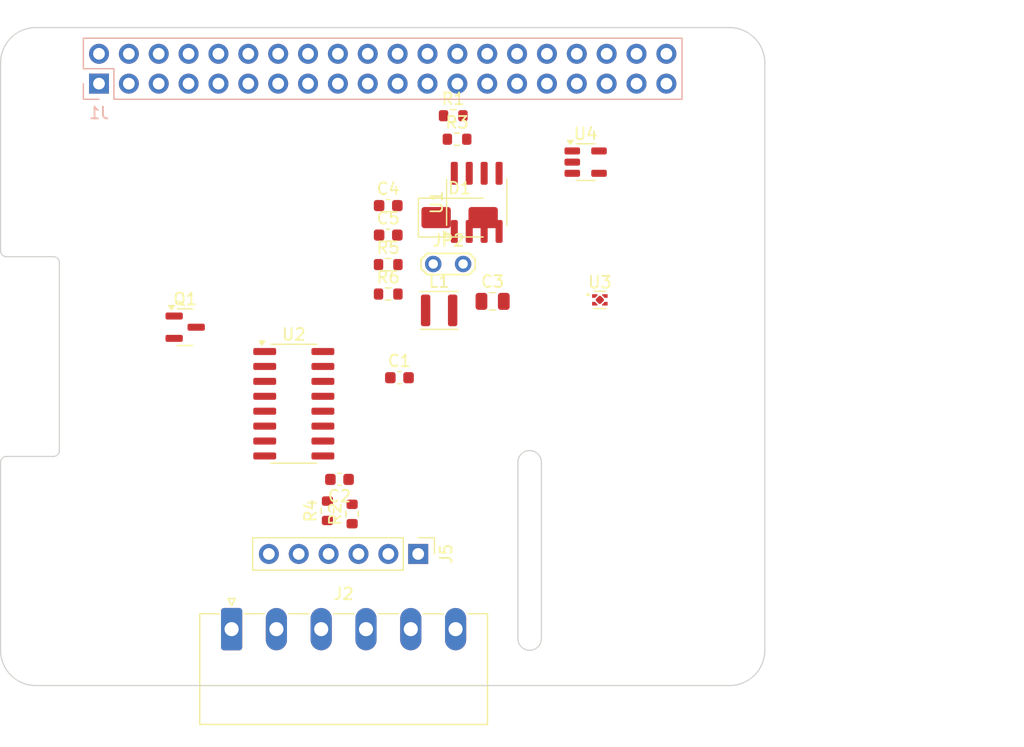
<source format=kicad_pcb>
(kicad_pcb (version 20241229) (generator "pcbnew") (generator_version "9.0")
  (title_block (date "15 nov 2012"))
  (layers (0 "F.Cu" signal) (2 "B.Cu" signal) (13 "F.Paste" user) (15 "B.Paste" user) (5 "F.SilkS" user "F.Silkscreen") (7 "B.SilkS" user "B.Silkscreen") (1 "F.Mask" user) (3 "B.Mask" user) (25 "Edge.Cuts" user))
  (net 0 "")
  (net 1 "GND")
  (net 2 "/GPIO2{slash}SDA1")
  (net 3 "/GPIO3{slash}SCL1")
  (net 4 "/GPIO4{slash}GPCLK0")
  (net 5 "/GPIO14{slash}TXD0")
  (net 6 "/GPIO15{slash}RXD0")
  (net 7 "/GPIO17")
  (net 8 "/GPIO18{slash}PCM.CLK")
  (net 9 "/GPIO27")
  (net 10 "/GPIO22")
  (net 11 "/GPIO23")
  (net 12 "/GPIO24")
  (net 13 "/GPIO10{slash}SPI0.MOSI")
  (net 14 "/GPIO9{slash}SPI0.MISO")
  (net 15 "/GPIO25")
  (net 16 "/GPIO11{slash}SPI0.SCLK")
  (net 17 "/GPIO8{slash}SPI0.CE0")
  (net 18 "/GPIO7{slash}SPI0.CE1")
  (net 19 "/ID_SDA")
  (net 20 "/ID_SCL")
  (net 21 "/GPIO5")
  (net 22 "/GPIO6")
  (net 23 "/GPIO12{slash}PWM0")
  (net 24 "/GPIO13{slash}PWM1")
  (net 25 "/GPIO19{slash}PCM.FS")
  (net 26 "/GPIO16")
  (net 27 "/GPIO26")
  (net 28 "/GPIO20{slash}PCM.DIN")
  (net 29 "/GPIO21{slash}PCM.DOUT")
  (net 30 "+5V")
  (net 31 "+3V3")
  (net 32 "-VDC")
  (net 33 "/BR_OUT1+")
  (net 34 "/BR_OUT1-")
  (net 35 "+VDC")
  (net 49 "/IN1+")
  (net 50 "/IN1-")
  (net 51 "Net-(Q1-B)")
  (net 54 "Net-(JP1-A)")
  (net 61 "Net-(U2-VBG)")
  (footprint "Resistor_SMD:R_0603_1608Metric" (layer "F.Cu") (at 129.9 85.4 90)
    (property "Reference" "R2" (at 0 -1.43 90) (layer "F.SilkS"))
    (property "Value" "100R")
    (fp_line (start -0.237258 -0.5225) (end 0.237258 -0.5225) (stroke (width 0.12)) (layer "F.SilkS"))
    (fp_line (start -0.237258 0.5225) (end 0.237258 0.5225) (stroke (width 0.12)) (layer "F.SilkS"))
    (pad "1" smd roundrect (at -0.825 0 90) (size 0.8 0.95) (layers "F.Cu" "F.Mask" "F.Paste") (net 49 "/IN1+"))
    (pad "2" smd roundrect (at 0.825 0 90) (size 0.8 0.95) (layers "F.Cu" "F.Mask" "F.Paste") (net 33 "/BR_OUT1+"))
  )
  (footprint "Resistor_SMD:R_0603_1608Metric" (layer "F.Cu") (at 132.97 64.17)
    (property "Reference" "R5" (at 0 -1.43 0) (layer "F.SilkS"))
    (property "Value" "100k")
    (fp_line (start -0.237258 -0.5225) (end 0.237258 -0.5225) (stroke (width 0.12)) (layer "F.SilkS"))
    (fp_line (start -0.237258 0.5225) (end 0.237258 0.5225) (stroke (width 0.12)) (layer "F.SilkS"))
    (pad "1" smd roundrect (at -0.825 0) (size 0.8 0.95) (layers "F.Cu" "F.Mask" "F.Paste"))
    (pad "2" smd roundrect (at 0.825 0) (size 0.8 0.95) (layers "F.Cu" "F.Mask" "F.Paste"))
  )
  (footprint "MountingHole:MountingHole_2.7mm_M2.5" (layer "F.Cu") (at 161.5 47.5)
    (property "Reference" "MH2" (hide yes))
    (property "Value" "MountingHole_2.7mm_M2.5" (hide yes))
    (pad "" np_thru_hole circle (at 0 0) (size 2.7 2.7) (drill 2.7) (layers "*.Cu" "*.Mask"))
  )
  (footprint "Capacitor_SMD:C_0603_1608Metric" (layer "F.Cu") (at 132.97 61.66)
    (property "Reference" "C5" (at 0 -1.43 0) (layer "F.SilkS"))
    (property "Value" "100nF")
    (fp_line (start -0.14058 -0.51) (end 0.14058 -0.51) (stroke (width 0.12)) (layer "F.SilkS"))
    (fp_line (start -0.14058 0.51) (end 0.14058 0.51) (stroke (width 0.12)) (layer "F.SilkS"))
    (pad "1" smd roundrect (at -0.775 0) (size 0.9 0.95) (layers "F.Cu" "F.Mask" "F.Paste") (net 61 "Net-(U2-VBG)"))
    (pad "2" smd roundrect (at 0.775 0) (size 0.9 0.95) (layers "F.Cu" "F.Mask" "F.Paste") (net 32 "-VDC"))
  )
  (footprint "Package_TO_SOT_SMD:SOT-23" (layer "F.Cu") (at 115.7 69.5)
    (property "Reference" "Q1" (at 0 -2.4 0) (layer "F.SilkS"))
    (property "Value" "S8550")
    (fp_line (start 0 -1.56) (end -0.65 -1.56) (stroke (width 0.12)) (layer "F.SilkS"))
    (fp_line (start 0 -1.56) (end 0.65 -1.56) (stroke (width 0.12)) (layer "F.SilkS"))
    (fp_line (start 0 1.56) (end -0.65 1.56) (stroke (width 0.12)) (layer "F.SilkS"))
    (fp_line (start 0 1.56) (end 0.65 1.56) (stroke (width 0.12)) (layer "F.SilkS"))
    (fp_poly (pts (xy -1.1625 -1.51) (xy -1.4025 -1.84) (xy -0.9225 -1.84)) (stroke (width 0.12)) (fill yes) (layer "F.SilkS"))
    (pad "1" smd roundrect (at -0.9375 -0.95) (size 1.475 0.6) (layers "F.Cu" "F.Mask" "F.Paste") (net 51 "Net-(Q1-B)"))
    (pad "2" smd roundrect (at -0.9375 0.95) (size 1.475 0.6) (layers "F.Cu" "F.Mask" "F.Paste") (net 30 "+5V"))
    (pad "3" smd roundrect (at 0.9375 0) (size 1.475 0.6) (layers "F.Cu" "F.Mask" "F.Paste") (net 35 "+VDC"))
  )
  (footprint "Resistor_SMD:R_0603_1608Metric" (layer "F.Cu") (at 138.5 51.5)
    (property "Reference" "R1" (at 0 -1.43 0) (layer "F.SilkS"))
    (property "Value" "3k9")
    (fp_line (start -0.237258 -0.5225) (end 0.237258 -0.5225) (stroke (width 0.12)) (layer "F.SilkS"))
    (fp_line (start -0.237258 0.5225) (end 0.237258 0.5225) (stroke (width 0.12)) (layer "F.SilkS"))
    (pad "1" smd roundrect (at -0.825 0) (size 0.8 0.95) (layers "F.Cu" "F.Mask" "F.Paste") (net 31 "+3V3"))
    (pad "2" smd roundrect (at 0.825 0) (size 0.8 0.95) (layers "F.Cu" "F.Mask" "F.Paste") (net 20 "/ID_SCL"))
  )
  (footprint "Package_TO_SOT_SMD:SOT-23-5" (layer "F.Cu") (at 149.7625 55.45)
    (property "Reference" "U4" (at 0 -2.4 0) (layer "F.SilkS"))
    (property "Value" "TPS61040DBV")
    (fp_line (start 0 -1.56) (end -0.8 -1.56) (stroke (width 0.12)) (layer "F.SilkS"))
    (fp_line (start 0 -1.56) (end 0.8 -1.56) (stroke (width 0.12)) (layer "F.SilkS"))
    (fp_line (start 0 1.56) (end -0.8 1.56) (stroke (width 0.12)) (layer "F.SilkS"))
    (fp_line (start 0 1.56) (end 0.8 1.56) (stroke (width 0.12)) (layer "F.SilkS"))
    (fp_poly (pts (xy -1.3 -1.51) (xy -1.54 -1.84) (xy -1.06 -1.84)) (stroke (width 0.12)) (fill yes) (layer "F.SilkS"))
    (pad "1" smd roundrect (at -1.1375 -0.95) (size 1.325 0.6) (layers "F.Cu" "F.Mask" "F.Paste"))
    (pad "2" smd roundrect (at -1.1375 0) (size 1.325 0.6) (layers "F.Cu" "F.Mask" "F.Paste"))
    (pad "3" smd roundrect (at -1.1375 0.95) (size 1.325 0.6) (layers "F.Cu" "F.Mask" "F.Paste"))
    (pad "4" smd roundrect (at 1.1375 0.95) (size 1.325 0.6) (layers "F.Cu" "F.Mask" "F.Paste") (net 30 "+5V"))
    (pad "5" smd roundrect (at 1.1375 -0.95) (size 1.325 0.6) (layers "F.Cu" "F.Mask" "F.Paste") (net 30 "+5V"))
  )
  (footprint "Connector_PinHeader_2.54mm:PinHeader_1x06_P2.54mm_Vertical" (layer "F.Cu") (at 135.52 88.8 -90)
    (property "Reference" "J5" (at 0 -2.38 90) (layer "F.SilkS"))
    (property "Value" "Conn_01x06")
    (fp_line (start -1.38 14.08) (end 1.38 14.08) (stroke (width 0.12)) (layer "F.SilkS"))
    (fp_line (start -1.38 1.27) (end -1.38 14.08) (stroke (width 0.12)) (layer "F.SilkS"))
    (fp_line (start -1.38 1.27) (end 1.38 1.27) (stroke (width 0.12)) (layer "F.SilkS"))
    (fp_line (start 1.38 1.27) (end 1.38 14.08) (stroke (width 0.12)) (layer "F.SilkS"))
    (fp_line (start -1.38 0) (end -1.38 -1.38) (stroke (width 0.12)) (layer "F.SilkS"))
    (fp_line (start -1.38 -1.38) (end 0 -1.38) (stroke (width 0.12)) (layer "F.SilkS"))
    (pad "1" thru_hole rect (at 0 0 270) (size 1.7 1.7) (drill 1) (layers "*.Cu" "*.Mask") (net 35 "+VDC"))
    (pad "2" thru_hole circle (at 0 2.54 270) (size 1.7 1.7) (drill 1) (layers "*.Cu" "*.Mask") (net 35 "+VDC"))
    (pad "3" thru_hole circle (at 0 5.08 270) (size 1.7 1.7) (drill 1) (layers "*.Cu" "*.Mask") (net 33 "/BR_OUT1+"))
    (pad "4" thru_hole circle (at 0 7.62 270) (size 1.7 1.7) (drill 1) (layers "*.Cu" "*.Mask") (net 34 "/BR_OUT1-"))
    (pad "5" thru_hole circle (at 0 10.16 270) (size 1.7 1.7) (drill 1) (layers "*.Cu" "*.Mask") (net 32 "-VDC"))
    (pad "6" thru_hole circle (at 0 12.7 270) (size 1.7 1.7) (drill 1) (layers "*.Cu" "*.Mask") (net 32 "-VDC"))
  )
  (footprint "Diode_SMD:D_SMA" (layer "F.Cu") (at 139.045 60.17)
    (property "Reference" "D1" (at 0 -2.5 0) (layer "F.SilkS"))
    (property "Value" "SS14")
    (fp_line (start -3.51 -1.65) (end -3.51 1.65) (stroke (width 0.12)) (layer "F.SilkS"))
    (fp_line (start -3.51 -1.65) (end 2 -1.65) (stroke (width 0.12)) (layer "F.SilkS"))
    (fp_line (start -3.51 1.65) (end 2 1.65) (stroke (width 0.12)) (layer "F.SilkS"))
    (pad "1" smd roundrect (at -2 0) (size 2.5 1.8) (layers "F.Cu" "F.Mask" "F.Paste") (roundrect_rratio 0.1388888889))
    (pad "2" smd roundrect (at 2 0) (size 2.5 1.8) (layers "F.Cu" "F.Mask" "F.Paste") (roundrect_rratio 0.1388888889))
  )
  (footprint "Package_SO:SOIC-8_3.9x4.9mm_P1.27mm" (layer "F.Cu") (at 140.495 58.875 90)
    (property "Reference" "U1" (at 0 -3.4 90) (layer "F.SilkS"))
    (property "Value" "M24c64")
    (fp_line (start 0 -2.56) (end 1.95 -2.56) (stroke (width 0.12)) (layer "F.SilkS"))
    (fp_line (start 0 -2.56) (end -1.95 -2.56) (stroke (width 0.12)) (layer "F.SilkS"))
    (fp_line (start 0 2.56) (end 1.95 2.56) (stroke (width 0.12)) (layer "F.SilkS"))
    (fp_line (start 0 2.56) (end -1.95 2.56) (stroke (width 0.12)) (layer "F.SilkS"))
    (fp_poly (pts (xy -2.7 -2.465) (xy -2.94 -2.795) (xy -2.46 -2.795)) (stroke (width 0.12)) (fill yes) (layer "F.SilkS"))
    (pad "1" smd roundrect (at -2.475 -1.905 90) (size 1.95 0.6) (layers "F.Cu" "F.Mask" "F.Paste"))
    (pad "2" smd roundrect (at -2.475 -0.635 90) (size 1.95 0.6) (layers "F.Cu" "F.Mask" "F.Paste"))
    (pad "3" smd roundrect (at -2.475 0.635 90) (size 1.95 0.6) (layers "F.Cu" "F.Mask" "F.Paste"))
    (pad "4" smd roundrect (at -2.475 1.905 90) (size 1.95 0.6) (layers "F.Cu" "F.Mask" "F.Paste") (net 1 "GND"))
    (pad "5" smd roundrect (at 2.475 1.905 90) (size 1.95 0.6) (layers "F.Cu" "F.Mask" "F.Paste") (net 19 "/ID_SDA"))
    (pad "6" smd roundrect (at 2.475 0.635 90) (size 1.95 0.6) (layers "F.Cu" "F.Mask" "F.Paste") (net 20 "/ID_SCL"))
    (pad "7" smd roundrect (at 2.475 -0.635 90) (size 1.95 0.6) (layers "F.Cu" "F.Mask" "F.Paste") (net 54 "Net-(JP1-A)"))
    (pad "8" smd roundrect (at 2.475 -1.905 90) (size 1.95 0.6) (layers "F.Cu" "F.Mask" "F.Paste") (net 31 "+3V3"))
  )
  (footprint "TestPoint:TestPoint_2Pads_Pitch2.54mm_Drill0.8mm" (layer "F.Cu") (at 136.8 64.12)
    (property "Reference" "JP2" (at 1.3 -2 0) (layer "F.SilkS"))
    (property "Value" "Jumper_2_Open")
    (fp_line (start -1.03 -0.4) (end -0.53 -0.9) (stroke (width 0.15)) (layer "F.SilkS"))
    (fp_line (start -1.03 0.4) (end -1.03 -0.4) (stroke (width 0.15)) (layer "F.SilkS"))
    (fp_line (start -0.53 -0.9) (end 3.07 -0.9) (stroke (width 0.15)) (layer "F.SilkS"))
    (fp_line (start -0.53 0.9) (end -1.03 0.4) (stroke (width 0.15)) (layer "F.SilkS"))
    (fp_line (start 3.07 -0.9) (end 3.57 -0.4) (stroke (width 0.15)) (layer "F.SilkS"))
    (fp_line (start 3.07 0.9) (end -0.53 0.9) (stroke (width 0.15)) (layer "F.SilkS"))
    (fp_line (start 3.57 -0.4) (end 3.57 0.4) (stroke (width 0.15)) (layer "F.SilkS"))
    (fp_line (start 3.57 0.4) (end 3.07 0.9) (stroke (width 0.15)) (layer "F.SilkS"))
    (pad "1" thru_hole circle (at 0 0) (size 1.4 1.4) (drill 0.8) (layers "*.Cu" "*.Mask"))
    (pad "2" thru_hole circle (at 2.54 0) (size 1.4 1.4) (drill 0.8) (layers "*.Cu" "*.Mask"))
  )
  (footprint "MountingHole:MountingHole_2.7mm_M2.5" (layer "F.Cu") (at 103.5 96.5)
    (property "Reference" "MH3" (hide yes))
    (property "Value" "MountingHole_2.7mm_M2.5" (hide yes))
    (pad "" np_thru_hole circle (at 0 0) (size 2.7 2.7) (drill 2.7) (layers "*.Cu" "*.Mask"))
  )
  (footprint "MountingHole:MountingHole_2.7mm_M2.5" (layer "F.Cu") (at 103.5 47.5)
    (property "Reference" "MH1" (hide yes))
    (property "Value" "MountingHole_2.7mm_M2.5" (hide yes))
    (pad "" np_thru_hole circle (at 0 0) (size 2.7 2.7) (drill 2.7) (layers "*.Cu" "*.Mask"))
  )
  (footprint "Capacitor_SMD:C_0603_1608Metric" (layer "F.Cu") (at 133.925 73.8)
    (property "Reference" "C1" (at 0 -1.43 0) (layer "F.SilkS"))
    (property "Value" "100nF")
    (fp_line (start -0.14058 -0.51) (end 0.14058 -0.51) (stroke (width 0.12)) (layer "F.SilkS"))
    (fp_line (start -0.14058 0.51) (end 0.14058 0.51) (stroke (width 0.12)) (layer "F.SilkS"))
    (pad "1" smd roundrect (at -0.775 0) (size 0.9 0.95) (layers "F.Cu" "F.Mask" "F.Paste") (net 31 "+3V3"))
    (pad "2" smd roundrect (at 0.775 0) (size 0.9 0.95) (layers "F.Cu" "F.Mask" "F.Paste") (net 1 "GND"))
  )
  (footprint "Connector_Phoenix_MC:PhoenixContact_MC_1,5_6-G-3.81_1x06_P3.81mm_Horizontal" (layer "F.Cu") (at 119.65 95.2)
    (property "Reference" "J2" (at 9.52 -3 0) (layer "F.SilkS"))
    (property "Value" "Conn_01x06")
    (fp_line (start -2.71 -1.31) (end -2.71 8.11) (stroke (width 0.12)) (layer "F.SilkS"))
    (fp_line (start -2.71 -1.31) (end -1.05 -1.31) (stroke (width 0.12)) (layer "F.SilkS"))
    (fp_line (start -2.71 4.8) (end 21.76 4.8) (stroke (width 0.12)) (layer "F.SilkS"))
    (fp_line (start -2.71 8.11) (end 21.76 8.11) (stroke (width 0.12)) (layer "F.SilkS"))
    (fp_line (start -0.3 -2.6) (end 0.3 -2.6) (stroke (width 0.12)) (layer "F.SilkS"))
    (fp_line (start 0 -2) (end -0.3 -2.6) (stroke (width 0.12)) (layer "F.SilkS"))
    (fp_line (start 0.3 -2.6) (end 0 -2) (stroke (width 0.12)) (layer "F.SilkS"))
    (fp_line (start 1.05 -1.31) (end 2.76 -1.31) (stroke (width 0.12)) (layer "F.SilkS"))
    (fp_line (start 4.86 -1.31) (end 6.57 -1.31) (stroke (width 0.12)) (layer "F.SilkS"))
    (fp_line (start 8.67 -1.31) (end 10.38 -1.31) (stroke (width 0.12)) (layer "F.SilkS"))
    (fp_line (start 12.48 -1.31) (end 14.19 -1.31) (stroke (width 0.12)) (layer "F.SilkS"))
    (fp_line (start 16.29 -1.31) (end 18 -1.31) (stroke (width 0.12)) (layer "F.SilkS"))
    (fp_line (start 21.76 -1.31) (end 20.1 -1.31) (stroke (width 0.12)) (layer "F.SilkS"))
    (fp_line (start 21.76 8.11) (end 21.76 -1.31) (stroke (width 0.12)) (layer "F.SilkS"))
    (pad "1" thru_hole roundrect (at 0 0) (size 1.8 3.6) (drill 1.2) (layers "*.Cu" "*.Mask") (roundrect_rratio 0.138889) (net 32 "-VDC"))
    (pad "2" thru_hole oval (at 3.81 0) (size 1.8 3.6) (drill 1.2) (layers "*.Cu" "*.Mask") (net 32 "-VDC"))
    (pad "3" thru_hole oval (at 7.62 0) (size 1.8 3.6) (drill 1.2) (layers "*.Cu" "*.Mask") (net 34 "/BR_OUT1-"))
    (pad "4" thru_hole oval (at 11.43 0) (size 1.8 3.6) (drill 1.2) (layers "*.Cu" "*.Mask") (net 33 "/BR_OUT1+"))
    (pad "5" thru_hole oval (at 15.24 0) (size 1.8 3.6) (drill 1.2) (layers "*.Cu" "*.Mask") (net 35 "+VDC"))
    (pad "6" thru_hole oval (at 19.05 0) (size 1.8 3.6) (drill 1.2) (layers "*.Cu" "*.Mask") (net 35 "+VDC"))
  )
  (footprint "Capacitor_SMD:C_0603_1608Metric" (layer "F.Cu") (at 132.97 59.15)
    (property "Reference" "C4" (at 0 -1.43 0) (layer "F.SilkS"))
    (property "Value" "100nF")
    (fp_line (start -0.14058 -0.51) (end 0.14058 -0.51) (stroke (width 0.12)) (layer "F.SilkS"))
    (fp_line (start -0.14058 0.51) (end 0.14058 0.51) (stroke (width 0.12)) (layer "F.SilkS"))
    (pad "1" smd roundrect (at -0.775 0) (size 0.9 0.95) (layers "F.Cu" "F.Mask" "F.Paste") (net 35 "+VDC"))
    (pad "2" smd roundrect (at 0.775 0) (size 0.9 0.95) (layers "F.Cu" "F.Mask" "F.Paste"))
  )
  (footprint "Package_SON:Texas_X2SON-4_1x1mm_P0.65mm" (layer "F.Cu") (at 150.97 67.175)
    (property "Reference" "U3" (at 0 -1.5 0) (layer "F.SilkS"))
    (property "Value" "TPS7A20xxxDQN")
    (fp_line (start -0.5 -0.74) (end 0.5 -0.74) (stroke (width 0.12)) (layer "F.SilkS"))
    (fp_line (start -0.5 0.74) (end 0.5 0.74) (stroke (width 0.12)) (layer "F.SilkS"))
    (fp_circle (center -1 -0.45) (end -0.86 -0.46) (fill yes) (layer "F.SilkS"))
    (pad "1" smd custom (at -0.43 -0.325) (size 0.148492 0.148492) (layers "F.Cu") (options (clearance outline) (anchor circle)) (primitives (gr_poly (pts (xy 0.23 -0.054289) (xy 0.020711 0.155) (xy -0.23 0.155) (xy -0.23 -0.155) (xy 0.23 -0.155)) (width 0) (fill yes))))
    (pad "2" smd custom (at -0.43 0.325) (size 0.148492 0.148492) (layers "F.Cu") (options (clearance outline) (anchor circle)) (primitives (gr_poly (pts (xy 0.23 0.054289) (xy 0.23 0.155) (xy -0.23 0.155) (xy -0.23 -0.155) (xy 0.020711 -0.155)) (width 0) (fill yes))))
    (pad "3" smd custom (at 0.43 0.325) (size 0.148492 0.148492) (layers "F.Cu") (options (clearance outline) (anchor circle)) (primitives (gr_poly (pts (xy 0.23 0.155) (xy -0.23 0.155) (xy -0.23 0.054289) (xy -0.020711 -0.155) (xy 0.23 -0.155)) (width 0) (fill yes))))
    (pad "4" smd custom (at 0.43 -0.325) (size 0.148492 0.148492) (layers "F.Cu") (options (clearance outline) (anchor circle)) (primitives (gr_poly (pts (xy 0.23 0.155) (xy -0.020711 0.155) (xy -0.23 -0.054289) (xy -0.23 -0.155) (xy 0.23 -0.155)) (width 0) (fill yes))))
    (pad "5" smd roundrect (at 0 0 45) (size 0.58 0.58) (layers "F.Cu" "F.Mask" "F.Paste"))
  )
  (footprint "Capacitor_SMD:C_0603_1608Metric" (layer "F.Cu") (at 128.825 82.455 180)
    (property "Reference" "C2" (at 0 -1.43 0) (layer "F.SilkS"))
    (property "Value" "100nF")
    (fp_line (start -0.14058 0.51) (end 0.14058 0.51) (stroke (width 0.12)) (layer "F.SilkS"))
    (fp_line (start -0.14058 -0.51) (end 0.14058 -0.51) (stroke (width 0.12)) (layer "F.SilkS"))
    (pad "1" smd roundrect (at -0.775 0 180) (size 0.9 0.95) (layers "F.Cu" "F.Mask" "F.Paste") (net 49 "/IN1+"))
    (pad "2" smd roundrect (at 0.775 0 180) (size 0.9 0.95) (layers "F.Cu" "F.Mask" "F.Paste") (net 50 "/IN1-"))
  )
  (footprint "MountingHole:MountingHole_2.7mm_M2.5" (layer "F.Cu") (at 161.5 96.5)
    (property "Reference" "MH4" (hide yes))
    (property "Value" "MountingHole_2.7mm_M2.5" (hide yes))
    (pad "" np_thru_hole circle (at 0 0) (size 2.7 2.7) (drill 2.7) (layers "*.Cu" "*.Mask"))
  )
  (footprint "Inductor_SMD:L_Sunlord_SWPA3015S" (layer "F.Cu") (at 137.3 68.07)
    (property "Reference" "L1" (at 0 -2.45 0) (layer "F.SilkS"))
    (property "Value" "4u7H")
    (fp_line (start -1.61 -1.61) (end 1.61 -1.61) (stroke (width 0.12)) (layer "F.SilkS"))
    (fp_line (start 1.61 1.61) (end -1.61 1.61) (stroke (width 0.12)) (layer "F.SilkS"))
    (pad "1" smd roundrect (at -1.15 0) (size 0.8 2.7) (layers "F.Cu" "F.Mask" "F.Paste"))
    (pad "2" smd roundrect (at 1.15 0) (size 0.8 2.7) (layers "F.Cu" "F.Mask" "F.Paste"))
  )
  (footprint "Resistor_SMD:R_0603_1608Metric" (layer "F.Cu") (at 138.825 53.5)
    (property "Reference" "R3" (at 0 -1.43 0) (layer "F.SilkS"))
    (property "Value" "3k9")
    (fp_line (start -0.237258 -0.5225) (end 0.237258 -0.5225) (stroke (width 0.12)) (layer "F.SilkS"))
    (fp_line (start -0.237258 0.5225) (end 0.237258 0.5225) (stroke (width 0.12)) (layer "F.SilkS"))
    (pad "1" smd roundrect (at -0.825 0) (size 0.8 0.95) (layers "F.Cu" "F.Mask" "F.Paste") (net 31 "+3V3"))
    (pad "2" smd roundrect (at 0.825 0) (size 0.8 0.95) (layers "F.Cu" "F.Mask" "F.Paste") (net 19 "/ID_SDA"))
  )
  (footprint "Resistor_SMD:R_0603_1608Metric" (layer "F.Cu") (at 132.97 66.68)
    (property "Reference" "R6" (at 0 -1.43 0) (layer "F.SilkS"))
    (property "Value" "360k")
    (fp_line (start -0.237258 -0.5225) (end 0.237258 -0.5225) (stroke (width 0.12)) (layer "F.SilkS"))
    (fp_line (start -0.237258 0.5225) (end 0.237258 0.5225) (stroke (width 0.12)) (layer "F.SilkS"))
    (pad "1" smd roundrect (at -0.825 0) (size 0.8 0.95) (layers "F.Cu" "F.Mask" "F.Paste"))
    (pad "2" smd roundrect (at 0.825 0) (size 0.8 0.95) (layers "F.Cu" "F.Mask" "F.Paste"))
  )
  (footprint "Package_SO:SOIC-16_3.9x9.9mm_P1.27mm" (layer "F.Cu") (at 124.94 76.015)
    (property "Reference" "U2" (at 0 -5.9 0) (layer "F.SilkS"))
    (property "Value" "HX711")
    (fp_line (start 0 -5.06) (end -1.95 -5.06) (stroke (width 0.12)) (layer "F.SilkS"))
    (fp_line (start 0 -5.06) (end 1.95 -5.06) (stroke (width 0.12)) (layer "F.SilkS"))
    (fp_line (start 0 5.06) (end -1.95 5.06) (stroke (width 0.12)) (layer "F.SilkS"))
    (fp_line (start 0 5.06) (end 1.95 5.06) (stroke (width 0.12)) (layer "F.SilkS"))
    (fp_poly (pts (xy -2.7 -5.005) (xy -2.94 -5.335) (xy -2.46 -5.335)) (stroke (width 0.12)) (fill yes) (layer "F.SilkS"))
    (pad "1" smd roundrect (at -2.475 -4.445) (size 1.95 0.6) (layers "F.Cu" "F.Mask" "F.Paste") (net 30 "+5V"))
    (pad "2" smd roundrect (at -2.475 -3.175) (size 1.95 0.6) (layers "F.Cu" "F.Mask" "F.Paste") (net 51 "Net-(Q1-B)"))
    (pad "3" smd roundrect (at -2.475 -1.905) (size 1.95 0.6) (layers "F.Cu" "F.Mask" "F.Paste") (net 35 "+VDC"))
    (pad "4" smd roundrect (at -2.475 -0.635) (size 1.95 0.6) (layers "F.Cu" "F.Mask" "F.Paste"))
    (pad "5" smd roundrect (at -2.475 0.635) (size 1.95 0.6) (layers "F.Cu" "F.Mask" "F.Paste") (net 32 "-VDC"))
    (pad "6" smd roundrect (at -2.475 1.905) (size 1.95 0.6) (layers "F.Cu" "F.Mask" "F.Paste") (net 61 "Net-(U2-VBG)"))
    (pad "7" smd roundrect (at -2.475 3.175) (size 1.95 0.6) (layers "F.Cu" "F.Mask" "F.Paste") (net 50 "/IN1-"))
    (pad "8" smd roundrect (at -2.475 4.445) (size 1.95 0.6) (layers "F.Cu" "F.Mask" "F.Paste") (net 49 "/IN1+"))
    (pad "9" smd roundrect (at 2.475 4.445) (size 1.95 0.6) (layers "F.Cu" "F.Mask" "F.Paste"))
    (pad "10" smd roundrect (at 2.475 3.175) (size 1.95 0.6) (layers "F.Cu" "F.Mask" "F.Paste"))
    (pad "11" smd roundrect (at 2.475 1.905) (size 1.95 0.6) (layers "F.Cu" "F.Mask" "F.Paste"))
    (pad "12" smd roundrect (at 2.475 0.635) (size 1.95 0.6) (layers "F.Cu" "F.Mask" "F.Paste"))
    (pad "13" smd roundrect (at 2.475 -0.635) (size 1.95 0.6) (layers "F.Cu" "F.Mask" "F.Paste"))
    (pad "14" smd roundrect (at 2.475 -1.905) (size 1.95 0.6) (layers "F.Cu" "F.Mask" "F.Paste"))
    (pad "15" smd roundrect (at 2.475 -3.175) (size 1.95 0.6) (layers "F.Cu" "F.Mask" "F.Paste"))
    (pad "16" smd roundrect (at 2.475 -4.445) (size 1.95 0.6) (layers "F.Cu" "F.Mask" "F.Paste") (net 31 "+3V3"))
  )
  (footprint "Resistor_SMD:R_0603_1608Metric" (layer "F.Cu") (at 127.8 85.125 90)
    (property "Reference" "R4" (at 0 -1.43 90) (layer "F.SilkS"))
    (property "Value" "100R")
    (fp_line (start -0.237258 -0.5225) (end 0.237258 -0.5225) (stroke (width 0.12)) (layer "F.SilkS"))
    (fp_line (start -0.237258 0.5225) (end 0.237258 0.5225) (stroke (width 0.12)) (layer "F.SilkS"))
    (pad "1" smd roundrect (at -0.825 0 90) (size 0.8 0.95) (layers "F.Cu" "F.Mask" "F.Paste") (net 50 "/IN1-"))
    (pad "2" smd roundrect (at 0.825 0 90) (size 0.8 0.95) (layers "F.Cu" "F.Mask" "F.Paste") (net 34 "/BR_OUT1-"))
  )
  (footprint "Capacitor_SMD:C_0805_2012Metric" (layer "F.Cu") (at 141.85 67.3)
    (property "Reference" "C3" (at 0 -1.68 0) (layer "F.SilkS"))
    (property "Value" "10uF")
    (fp_line (start -0.261252 -0.735) (end 0.261252 -0.735) (stroke (width 0.12)) (layer "F.SilkS"))
    (fp_line (start -0.261252 0.735) (end 0.261252 0.735) (stroke (width 0.12)) (layer "F.SilkS"))
    (pad "1" smd roundrect (at -0.95 0) (size 1 1.45) (layers "F.Cu" "F.Mask" "F.Paste") (net 35 "+VDC"))
    (pad "2" smd roundrect (at 0.95 0) (size 1 1.45) (layers "F.Cu" "F.Mask" "F.Paste"))
  )
  (footprint "Connector_PinSocket_2.54mm:PinSocket_2x20_P2.54mm_Vertical" (layer "B.Cu") (at 108.37 48.77 -90)
    (property "Reference" "J1" (at 2.5 0 0) (layer "B.SilkS") (effects (justify mirror)))
    (property "Value" "GPIO")
    (fp_line (start -3.87 1.33) (end -1.27 1.33) (stroke (width 0.12)) (layer "B.SilkS"))
    (fp_line (start -3.87 1.33) (end -3.87 -49.59) (stroke (width 0.12)) (layer "B.SilkS"))
    (fp_line (start -1.27 1.33) (end -1.27 -1.27) (stroke (width 0.12)) (layer "B.SilkS"))
    (fp_line (start 0 1.33) (end 1.33 1.33) (stroke (width 0.12)) (layer "B.SilkS"))
    (fp_line (start 1.33 1.33) (end 1.33 0) (stroke (width 0.12)) (layer "B.SilkS"))
    (fp_line (start -1.27 -1.27) (end 1.33 -1.27) (stroke (width 0.12)) (layer "B.SilkS"))
    (fp_line (start 1.33 -1.27) (end 1.33 -49.59) (stroke (width 0.12)) (layer "B.SilkS"))
    (fp_line (start -3.87 -49.59) (end 1.33 -49.59) (stroke (width 0.12)) (layer "B.SilkS"))
    (pad "1" thru_hole rect (at 0 0 270) (size 1.7 1.7) (drill 1) (layers "*.Cu" "*.Mask") (net 31 "+3V3"))
    (pad "2" thru_hole oval (at -2.54 0 270) (size 1.7 1.7) (drill 1) (layers "*.Cu" "*.Mask") (net 30 "+5V"))
    (pad "3" thru_hole oval (at 0 -2.54 270) (size 1.7 1.7) (drill 1) (layers "*.Cu" "*.Mask") (net 2 "/GPIO2{slash}SDA1"))
    (pad "4" thru_hole oval (at -2.54 -2.54 270) (size 1.7 1.7) (drill 1) (layers "*.Cu" "*.Mask") (net 30 "+5V"))
    (pad "5" thru_hole oval (at 0 -5.08 270) (size 1.7 1.7) (drill 1) (layers "*.Cu" "*.Mask") (net 3 "/GPIO3{slash}SCL1"))
    (pad "6" thru_hole oval (at -2.54 -5.08 270) (size 1.7 1.7) (drill 1) (layers "*.Cu" "*.Mask") (net 1 "GND"))
    (pad "7" thru_hole oval (at 0 -7.62 270) (size 1.7 1.7) (drill 1) (layers "*.Cu" "*.Mask") (net 4 "/GPIO4{slash}GPCLK0"))
    (pad "8" thru_hole oval (at -2.54 -7.62 270) (size 1.7 1.7) (drill 1) (layers "*.Cu" "*.Mask") (net 5 "/GPIO14{slash}TXD0"))
    (pad "9" thru_hole oval (at 0 -10.16 270) (size 1.7 1.7) (drill 1) (layers "*.Cu" "*.Mask") (net 1 "GND"))
    (pad "10" thru_hole oval (at -2.54 -10.16 270) (size 1.7 1.7) (drill 1) (layers "*.Cu" "*.Mask") (net 6 "/GPIO15{slash}RXD0"))
    (pad "11" thru_hole oval (at 0 -12.7 270) (size 1.7 1.7) (drill 1) (layers "*.Cu" "*.Mask") (net 7 "/GPIO17"))
    (pad "12" thru_hole oval (at -2.54 -12.7 270) (size 1.7 1.7) (drill 1) (layers "*.Cu" "*.Mask") (net 8 "/GPIO18{slash}PCM.CLK"))
    (pad "13" thru_hole oval (at 0 -15.24 270) (size 1.7 1.7) (drill 1) (layers "*.Cu" "*.Mask") (net 9 "/GPIO27"))
    (pad "14" thru_hole oval (at -2.54 -15.24 270) (size 1.7 1.7) (drill 1) (layers "*.Cu" "*.Mask") (net 1 "GND"))
    (pad "15" thru_hole oval (at 0 -17.78 270) (size 1.7 1.7) (drill 1) (layers "*.Cu" "*.Mask") (net 10 "/GPIO22"))
    (pad "16" thru_hole oval (at -2.54 -17.78 270) (size 1.7 1.7) (drill 1) (layers "*.Cu" "*.Mask") (net 11 "/GPIO23"))
    (pad "17" thru_hole oval (at 0 -20.32 270) (size 1.7 1.7) (drill 1) (layers "*.Cu" "*.Mask") (net 31 "+3V3"))
    (pad "18" thru_hole oval (at -2.54 -20.32 270) (size 1.7 1.7) (drill 1) (layers "*.Cu" "*.Mask") (net 12 "/GPIO24"))
    (pad "19" thru_hole oval (at 0 -22.86 270) (size 1.7 1.7) (drill 1) (layers "*.Cu" "*.Mask") (net 13 "/GPIO10{slash}SPI0.MOSI"))
    (pad "20" thru_hole oval (at -2.54 -22.86 270) (size 1.7 1.7) (drill 1) (layers "*.Cu" "*.Mask") (net 1 "GND"))
    (pad "21" thru_hole oval (at 0 -25.4 270) (size 1.7 1.7) (drill 1) (layers "*.Cu" "*.Mask") (net 14 "/GPIO9{slash}SPI0.MISO"))
    (pad "22" thru_hole oval (at -2.54 -25.4 270) (size 1.7 1.7) (drill 1) (layers "*.Cu" "*.Mask") (net 15 "/GPIO25"))
    (pad "23" thru_hole oval (at 0 -27.94 270) (size 1.7 1.7) (drill 1) (layers "*.Cu" "*.Mask") (net 16 "/GPIO11{slash}SPI0.SCLK"))
    (pad "24" thru_hole oval (at -2.54 -27.94 270) (size 1.7 1.7) (drill 1) (layers "*.Cu" "*.Mask") (net 17 "/GPIO8{slash}SPI0.CE0"))
    (pad "25" thru_hole oval (at 0 -30.48 270) (size 1.7 1.7) (drill 1) (layers "*.Cu" "*.Mask") (net 1 "GND"))
    (pad "26" thru_hole oval (at -2.54 -30.48 270) (size 1.7 1.7) (drill 1) (layers "*.Cu" "*.Mask") (net 18 "/GPIO7{slash}SPI0.CE1"))
    (pad "27" thru_hole oval (at 0 -33.02 270) (size 1.7 1.7) (drill 1) (layers "*.Cu" "*.Mask") (net 19 "/ID_SDA"))
    (pad "28" thru_hole oval (at -2.54 -33.02 270) (size 1.7 1.7) (drill 1) (layers "*.Cu" "*.Mask") (net 20 "/ID_SCL"))
    (pad "29" thru_hole oval (at 0 -35.56 270) (size 1.7 1.7) (drill 1) (layers "*.Cu" "*.Mask") (net 21 "/GPIO5"))
    (pad "30" thru_hole oval (at -2.54 -35.56 270) (size 1.7 1.7) (drill 1) (layers "*.Cu" "*.Mask") (net 1 "GND"))
    (pad "31" thru_hole oval (at 0 -38.1 270) (size 1.7 1.7) (drill 1) (layers "*.Cu" "*.Mask") (net 22 "/GPIO6"))
    (pad "32" thru_hole oval (at -2.54 -38.1 270) (size 1.7 1.7) (drill 1) (layers "*.Cu" "*.Mask") (net 23 "/GPIO12{slash}PWM0"))
    (pad "33" thru_hole oval (at 0 -40.64 270) (size 1.7 1.7) (drill 1) (layers "*.Cu" "*.Mask") (net 24 "/GPIO13{slash}PWM1"))
    (pad "34" thru_hole oval (at -2.54 -40.64 270) (size 1.7 1.7) (drill 1) (layers "*.Cu" "*.Mask") (net 1 "GND"))
    (pad "35" thru_hole oval (at 0 -43.18 270) (size 1.7 1.7) (drill 1) (layers "*.Cu" "*.Mask") (net 25 "/GPIO19{slash}PCM.FS"))
    (pad "36" thru_hole oval (at -2.54 -43.18 270) (size 1.7 1.7) (drill 1) (layers "*.Cu" "*.Mask") (net 26 "/GPIO16"))
    (pad "37" thru_hole oval (at 0 -45.72 270) (size 1.7 1.7) (drill 1) (layers "*.Cu" "*.Mask") (net 27 "/GPIO26"))
    (pad "38" thru_hole oval (at -2.54 -45.72 270) (size 1.7 1.7) (drill 1) (layers "*.Cu" "*.Mask") (net 28 "/GPIO20{slash}PCM.DIN"))
    (pad "39" thru_hole oval (at 0 -48.26 270) (size 1.7 1.7) (drill 1) (layers "*.Cu" "*.Mask") (net 1 "GND"))
    (pad "40" thru_hole oval (at -2.54 -48.26 270) (size 1.7 1.7) (drill 1) (layers "*.Cu" "*.Mask") (net 29 "/GPIO21{slash}PCM.DOUT"))
  )
  (gr_arc (start 100.5 63.5) (mid 100.146447 63.353553) (end 100 63) (stroke (width 0.1)) (layer "Edge.Cuts"))
  (gr_arc (start 162 44) (mid 164.12132 44.87868) (end 165 47) (stroke (width 0.1)) (layer "Edge.Cuts"))
  (gr_line (start 165 97) (end 165 47) (stroke (width 0.1)) (layer "Edge.Cuts"))
  (gr_line (start 100 47) (end 100 63) (stroke (width 0.1)) (layer "Edge.Cuts"))
  (gr_line (start 146 81) (end 146 96) (stroke (width 0.1)) (layer "Edge.Cuts"))
  (gr_line (start 144 96) (end 144 81) (stroke (width 0.1)) (layer "Edge.Cuts"))
  (gr_arc (start 103 100) (mid 100.87868 99.12132) (end 100 97) (stroke (width 0.1)) (layer "Edge.Cuts"))
  (gr_line (start 103 100) (end 162 100) (stroke (width 0.1)) (layer "Edge.Cuts"))
  (gr_line (start 104.5 80.5) (end 100.5 80.5) (stroke (width 0.1)) (layer "Edge.Cuts"))
  (gr_arc (start 144 81) (mid 145 80) (end 146 81) (stroke (width 0.1)) (layer "Edge.Cuts"))
  (gr_arc (start 100 81) (mid 100.146138 80.646755) (end 100.499127 80.500001) (stroke (width 0.1)) (layer "Edge.Cuts"))
  (gr_arc (start 165 97) (mid 164.12132 99.12132) (end 162 100) (stroke (width 0.1)) (layer "Edge.Cuts"))
  (gr_line (start 105 64) (end 105 80) (stroke (width 0.1)) (layer "Edge.Cuts"))
  (gr_arc (start 100 47) (mid 100.87868 44.87868) (end 103 44) (stroke (width 0.1)) (layer "Edge.Cuts"))
  (gr_arc (start 146 96) (mid 145 97) (end 144 96) (stroke (width 0.1)) (layer "Edge.Cuts"))
  (gr_line (start 100 81) (end 100 97) (stroke (width 0.1)) (layer "Edge.Cuts"))
  (gr_line (start 100.5 63.5) (end 104.5 63.5) (stroke (width 0.1)) (layer "Edge.Cuts"))
  (gr_arc (start 105 80) (mid 104.853553 80.353553) (end 104.5 80.5) (stroke (width 0.1)) (layer "Edge.Cuts"))
  (gr_arc (start 104.5 63.5) (mid 104.853553 63.646447) (end 105 64) (stroke (width 0.1)) (layer "Edge.Cuts"))
  (gr_line (start 162 44) (end 103 44) (stroke (width 0.1)) (layer "Edge.Cuts"))
)
</source>
